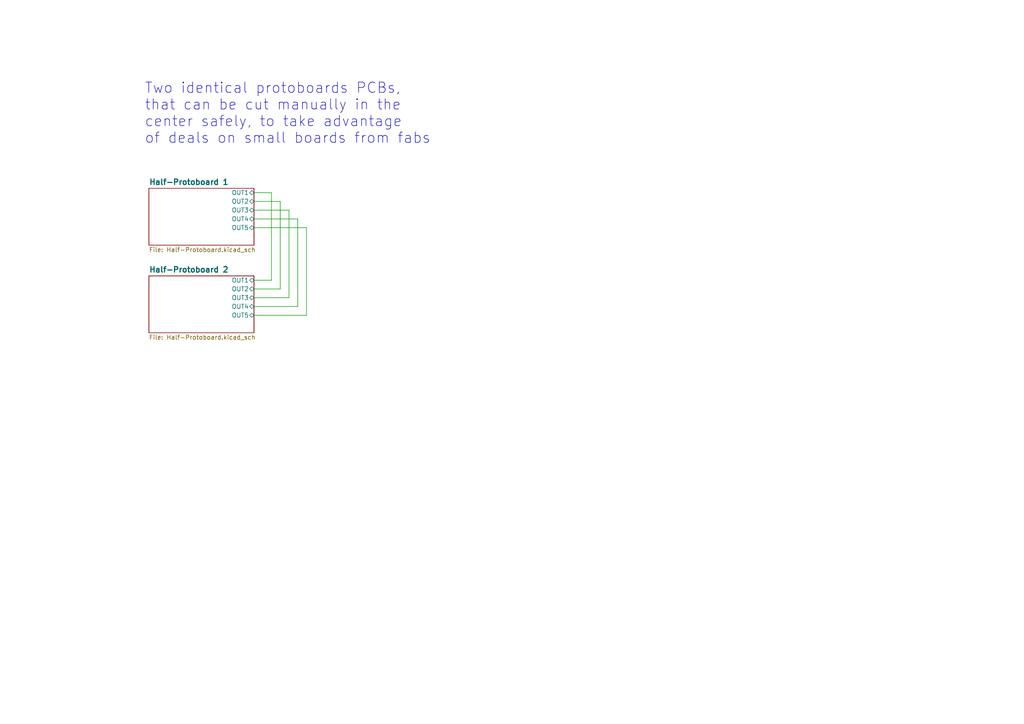
<source format=kicad_sch>
(kicad_sch (version 20230121) (generator eeschema)
  (paper "A4")
  (title_block (title "Single/Dual Synth Protoboard") (date "2023-02-18") (rev "01") (company "Aria Salvatrice"))
  (lib_symbols)
  (wire (pts (xy 86.36 88.9) (xy 86.36 63.5)))
  (wire (pts (xy 78.74 55.88) (xy 78.74 81.28)))
  (wire (pts (xy 88.9 66.04) (xy 73.66 66.04)))
  (wire (pts (xy 86.36 63.5) (xy 73.66 63.5)))
  (wire (pts (xy 88.9 91.44) (xy 88.9 66.04)))
  (wire (pts (xy 83.82 60.96) (xy 73.66 60.96)))
  (wire (pts (xy 78.74 81.28) (xy 73.66 81.28)))
  (wire (pts (xy 73.66 86.36) (xy 83.82 86.36)))
  (wire (pts (xy 73.66 88.9) (xy 86.36 88.9)))
  (wire (pts (xy 73.66 91.44) (xy 88.9 91.44)))
  (wire (pts (xy 83.82 86.36) (xy 83.82 60.96)))
  (wire (pts (xy 73.66 83.82) (xy 81.28 83.82)))
  (wire (pts (xy 73.66 55.88) (xy 78.74 55.88)))
  (wire (pts (xy 81.28 58.42) (xy 73.66 58.42)))
  (wire (pts (xy 81.28 83.82) (xy 81.28 58.42)))
  (text "Two identical protoboards PCBs,\nthat can be cut manually in the\ncenter safely, to take advantage\nof deals on small boards from fabs " (at 41.91 41.91 0) (effects (font (size 3 3)) (justify left bottom)))
  (sheet (at 43.18 80.01) (size 30.48 16.51) (stroke (width 0.1524))
    (property "Sheetname" "Half-Protoboard 2" (at 43.18 79.1334 0) (effects (font (size 1.6 1.6) bold) (justify left bottom)))
    (property "Sheetfile" "Half-Protoboard.kicad_sch" (at 43.18 97.1046 0) (effects (justify left top)))
    (pin "OUT1" bidirectional (at 73.66 81.28 0))
    (pin "OUT4" bidirectional (at 73.66 88.9 0))
    (pin "OUT2" bidirectional (at 73.66 83.82 0))
    (pin "OUT3" bidirectional (at 73.66 86.36 0))
    (pin "OUT5" bidirectional (at 73.66 91.44 0))
  )
  (sheet (at 43.18 54.61) (size 30.48 16.51) (stroke (width 0.1524))
    (property "Sheetname" "Half-Protoboard 1" (at 43.18 53.7334 0) (effects (font (size 1.6 1.6) bold) (justify left bottom)))
    (property "Sheetfile" "Half-Protoboard.kicad_sch" (at 43.18 71.7046 0) (effects (justify left top)))
    (pin "OUT1" bidirectional (at 73.66 55.88 0))
    (pin "OUT4" bidirectional (at 73.66 63.5 0))
    (pin "OUT2" bidirectional (at 73.66 58.42 0))
    (pin "OUT3" bidirectional (at 73.66 60.96 0))
    (pin "OUT5" bidirectional (at 73.66 66.04 0))
  )
)
</source>
